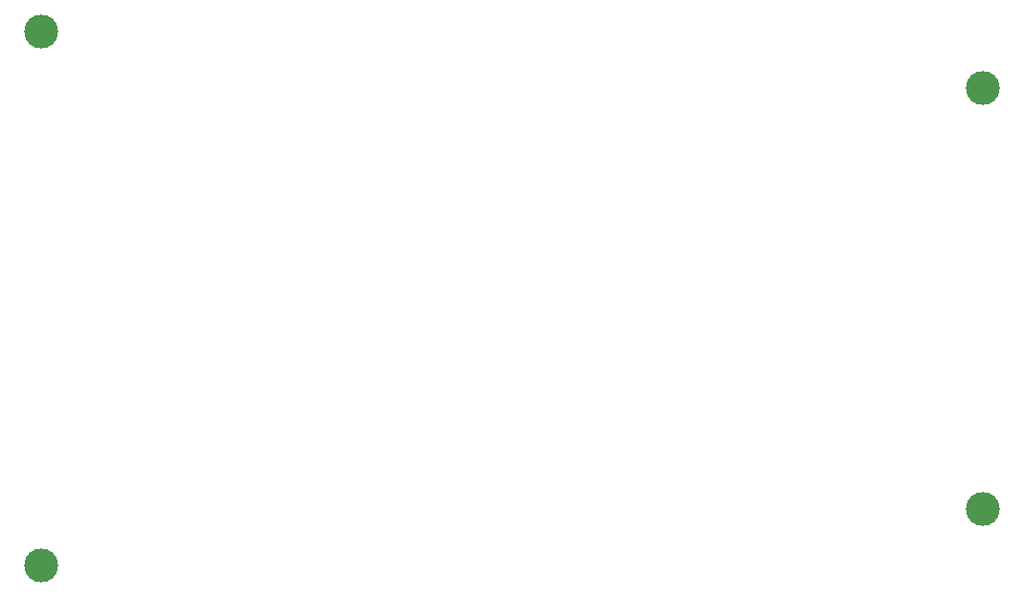
<source format=gbs>
G04 Layer: BottomSolderMaskLayer*
G04 EasyEDA v6.5.22, 2023-04-16 14:26:35*
G04 4c6462403d1d4395b9bb21c32daab020,5a6b42c53f6a479593ecc07194224c93,10*
G04 Gerber Generator version 0.2*
G04 Scale: 100 percent, Rotated: No, Reflected: No *
G04 Dimensions in millimeters *
G04 leading zeros omitted , absolute positions ,4 integer and 5 decimal *
%FSLAX45Y45*%
%MOMM*%

%ADD10C,3.0000*%

%LPD*%
D10*
G01*
X-199999Y7001002D03*
G01*
X8124799Y6501003D03*
G01*
X-199999Y2269997D03*
G01*
X8124799Y2769996D03*
M02*

</source>
